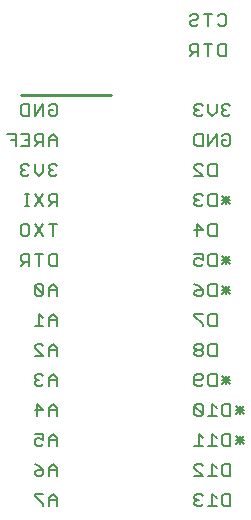
<source format=gbr>
G04 EAGLE Gerber X2 export*
%TF.Part,Single*%
%TF.FileFunction,Legend,Bot,1*%
%TF.FilePolarity,Positive*%
%TF.GenerationSoftware,Autodesk,EAGLE,9.1.3*%
%TF.CreationDate,2019-02-03T20:39:41Z*%
G75*
%MOMM*%
%FSLAX34Y34*%
%LPD*%
%AMOC8*
5,1,8,0,0,1.08239X$1,22.5*%
G01*
%ADD10C,0.254000*%
%ADD11C,0.203200*%


D10*
X215900Y25400D02*
X139700Y25400D01*
D11*
X305582Y-32757D02*
X305582Y-43434D01*
X300243Y-43434D01*
X298464Y-41655D01*
X298464Y-34536D01*
X300243Y-32757D01*
X305582Y-32757D01*
X293888Y-43434D02*
X286770Y-43434D01*
X293888Y-43434D02*
X286770Y-36316D01*
X286770Y-34536D01*
X288549Y-32757D01*
X292109Y-32757D01*
X293888Y-34536D01*
X317276Y-59936D02*
X310158Y-67055D01*
X317276Y-67055D02*
X310158Y-59936D01*
X310158Y-63495D02*
X317276Y-63495D01*
X313717Y-67055D02*
X313717Y-59936D01*
X305582Y-58157D02*
X305582Y-68834D01*
X300243Y-68834D01*
X298464Y-67055D01*
X298464Y-59936D01*
X300243Y-58157D01*
X305582Y-58157D01*
X293888Y-59936D02*
X292109Y-58157D01*
X288549Y-58157D01*
X286770Y-59936D01*
X286770Y-61716D01*
X288549Y-63495D01*
X290329Y-63495D01*
X288549Y-63495D02*
X286770Y-65275D01*
X286770Y-67055D01*
X288549Y-68834D01*
X292109Y-68834D01*
X293888Y-67055D01*
X305582Y-83557D02*
X305582Y-94234D01*
X300243Y-94234D01*
X298464Y-92455D01*
X298464Y-85336D01*
X300243Y-83557D01*
X305582Y-83557D01*
X288549Y-83557D02*
X288549Y-94234D01*
X293888Y-88895D02*
X288549Y-83557D01*
X286770Y-88895D02*
X293888Y-88895D01*
X317276Y-110736D02*
X310158Y-117855D01*
X317276Y-117855D02*
X310158Y-110736D01*
X310158Y-114295D02*
X317276Y-114295D01*
X313717Y-117855D02*
X313717Y-110736D01*
X305582Y-108957D02*
X305582Y-119634D01*
X300243Y-119634D01*
X298464Y-117855D01*
X298464Y-110736D01*
X300243Y-108957D01*
X305582Y-108957D01*
X293888Y-108957D02*
X286770Y-108957D01*
X293888Y-108957D02*
X293888Y-114295D01*
X290329Y-112516D01*
X288549Y-112516D01*
X286770Y-114295D01*
X286770Y-117855D01*
X288549Y-119634D01*
X292109Y-119634D01*
X293888Y-117855D01*
X317276Y-136136D02*
X310158Y-143255D01*
X317276Y-143255D02*
X310158Y-136136D01*
X310158Y-139695D02*
X317276Y-139695D01*
X313717Y-143255D02*
X313717Y-136136D01*
X305582Y-134357D02*
X305582Y-145034D01*
X300243Y-145034D01*
X298464Y-143255D01*
X298464Y-136136D01*
X300243Y-134357D01*
X305582Y-134357D01*
X290329Y-136136D02*
X286770Y-134357D01*
X290329Y-136136D02*
X293888Y-139695D01*
X293888Y-143255D01*
X292109Y-145034D01*
X288549Y-145034D01*
X286770Y-143255D01*
X286770Y-141475D01*
X288549Y-139695D01*
X293888Y-139695D01*
X305582Y-159757D02*
X305582Y-170434D01*
X300243Y-170434D01*
X298464Y-168655D01*
X298464Y-161536D01*
X300243Y-159757D01*
X305582Y-159757D01*
X293888Y-159757D02*
X286770Y-159757D01*
X286770Y-161536D01*
X293888Y-168655D01*
X293888Y-170434D01*
X305582Y-185157D02*
X305582Y-195834D01*
X300243Y-195834D01*
X298464Y-194055D01*
X298464Y-186936D01*
X300243Y-185157D01*
X305582Y-185157D01*
X293888Y-186936D02*
X292109Y-185157D01*
X288549Y-185157D01*
X286770Y-186936D01*
X286770Y-188716D01*
X288549Y-190495D01*
X286770Y-192275D01*
X286770Y-194055D01*
X288549Y-195834D01*
X292109Y-195834D01*
X293888Y-194055D01*
X293888Y-192275D01*
X292109Y-190495D01*
X293888Y-188716D01*
X293888Y-186936D01*
X292109Y-190495D02*
X288549Y-190495D01*
X317276Y-212336D02*
X310158Y-219455D01*
X317276Y-219455D02*
X310158Y-212336D01*
X310158Y-215895D02*
X317276Y-215895D01*
X313717Y-219455D02*
X313717Y-212336D01*
X305582Y-210557D02*
X305582Y-221234D01*
X300243Y-221234D01*
X298464Y-219455D01*
X298464Y-212336D01*
X300243Y-210557D01*
X305582Y-210557D01*
X293888Y-219455D02*
X292109Y-221234D01*
X288549Y-221234D01*
X286770Y-219455D01*
X286770Y-212336D01*
X288549Y-210557D01*
X292109Y-210557D01*
X293888Y-212336D01*
X293888Y-214116D01*
X292109Y-215895D01*
X286770Y-215895D01*
X321852Y-244855D02*
X328970Y-237736D01*
X321852Y-237736D02*
X328970Y-244855D01*
X328970Y-241295D02*
X321852Y-241295D01*
X325411Y-244855D02*
X325411Y-237736D01*
X317276Y-235957D02*
X317276Y-246634D01*
X311937Y-246634D01*
X310158Y-244855D01*
X310158Y-237736D01*
X311937Y-235957D01*
X317276Y-235957D01*
X305582Y-239516D02*
X302023Y-235957D01*
X302023Y-246634D01*
X305582Y-246634D02*
X298464Y-246634D01*
X293888Y-244855D02*
X293888Y-237736D01*
X292109Y-235957D01*
X288550Y-235957D01*
X286770Y-237736D01*
X286770Y-244855D01*
X288550Y-246634D01*
X292109Y-246634D01*
X293888Y-244855D01*
X286770Y-237736D01*
X321852Y-270255D02*
X328970Y-263136D01*
X321852Y-263136D02*
X328970Y-270255D01*
X328970Y-266695D02*
X321852Y-266695D01*
X325411Y-270255D02*
X325411Y-263136D01*
X317276Y-261357D02*
X317276Y-272034D01*
X311937Y-272034D01*
X310158Y-270255D01*
X310158Y-263136D01*
X311937Y-261357D01*
X317276Y-261357D01*
X305582Y-264916D02*
X302023Y-261357D01*
X302023Y-272034D01*
X305582Y-272034D02*
X298464Y-272034D01*
X293888Y-264916D02*
X290329Y-261357D01*
X290329Y-272034D01*
X293888Y-272034D02*
X286770Y-272034D01*
X317276Y-286757D02*
X317276Y-297434D01*
X311937Y-297434D01*
X310158Y-295655D01*
X310158Y-288536D01*
X311937Y-286757D01*
X317276Y-286757D01*
X305582Y-290316D02*
X302023Y-286757D01*
X302023Y-297434D01*
X305582Y-297434D02*
X298464Y-297434D01*
X293888Y-297434D02*
X286770Y-297434D01*
X293888Y-297434D02*
X286770Y-290316D01*
X286770Y-288536D01*
X288549Y-286757D01*
X292109Y-286757D01*
X293888Y-288536D01*
X317276Y-312157D02*
X317276Y-322834D01*
X311937Y-322834D01*
X310158Y-321055D01*
X310158Y-313936D01*
X311937Y-312157D01*
X317276Y-312157D01*
X305582Y-315716D02*
X302023Y-312157D01*
X302023Y-322834D01*
X305582Y-322834D02*
X298464Y-322834D01*
X293888Y-313936D02*
X292109Y-312157D01*
X288549Y-312157D01*
X286770Y-313936D01*
X286770Y-315716D01*
X288549Y-317495D01*
X290329Y-317495D01*
X288549Y-317495D02*
X286770Y-319275D01*
X286770Y-321055D01*
X288549Y-322834D01*
X292109Y-322834D01*
X293888Y-321055D01*
X310158Y-9136D02*
X311937Y-7357D01*
X315496Y-7357D01*
X317276Y-9136D01*
X317276Y-16255D01*
X315496Y-18034D01*
X311937Y-18034D01*
X310158Y-16255D01*
X310158Y-12695D01*
X313717Y-12695D01*
X305582Y-7357D02*
X305582Y-18034D01*
X298464Y-18034D02*
X305582Y-7357D01*
X298464Y-7357D02*
X298464Y-18034D01*
X293888Y-18034D02*
X293888Y-7357D01*
X293888Y-18034D02*
X288549Y-18034D01*
X286770Y-16255D01*
X286770Y-9136D01*
X288549Y-7357D01*
X293888Y-7357D01*
X317276Y16264D02*
X315496Y18043D01*
X311937Y18043D01*
X310158Y16264D01*
X310158Y14484D01*
X311937Y12705D01*
X313717Y12705D01*
X311937Y12705D02*
X310158Y10925D01*
X310158Y9146D01*
X311937Y7366D01*
X315496Y7366D01*
X317276Y9146D01*
X305582Y10925D02*
X305582Y18043D01*
X305582Y10925D02*
X302023Y7366D01*
X298464Y10925D01*
X298464Y18043D01*
X293888Y16264D02*
X292109Y18043D01*
X288549Y18043D01*
X286770Y16264D01*
X286770Y14484D01*
X288549Y12705D01*
X290329Y12705D01*
X288549Y12705D02*
X286770Y10925D01*
X286770Y9146D01*
X288549Y7366D01*
X292109Y7366D01*
X293888Y9146D01*
X165095Y18043D02*
X163316Y16264D01*
X165095Y18043D02*
X168655Y18043D01*
X170434Y16264D01*
X170434Y9146D01*
X168655Y7366D01*
X165095Y7366D01*
X163316Y9146D01*
X163316Y12705D01*
X166875Y12705D01*
X158740Y18043D02*
X158740Y7366D01*
X151622Y7366D02*
X158740Y18043D01*
X151622Y18043D02*
X151622Y7366D01*
X147046Y7366D02*
X147046Y18043D01*
X147046Y7366D02*
X141708Y7366D01*
X139928Y9146D01*
X139928Y16264D01*
X141708Y18043D01*
X147046Y18043D01*
X170434Y-10916D02*
X170434Y-18034D01*
X170434Y-10916D02*
X166875Y-7357D01*
X163316Y-10916D01*
X163316Y-18034D01*
X163316Y-12695D02*
X170434Y-12695D01*
X158740Y-7357D02*
X158740Y-18034D01*
X158740Y-7357D02*
X153401Y-7357D01*
X151622Y-9136D01*
X151622Y-12695D01*
X153401Y-14475D01*
X158740Y-14475D01*
X155181Y-14475D02*
X151622Y-18034D01*
X147046Y-7357D02*
X139928Y-7357D01*
X147046Y-7357D02*
X147046Y-18034D01*
X139928Y-18034D01*
X143487Y-12695D02*
X147046Y-12695D01*
X135352Y-7357D02*
X135352Y-18034D01*
X135352Y-7357D02*
X128234Y-7357D01*
X131793Y-12695D02*
X135352Y-12695D01*
X168655Y-32757D02*
X170434Y-34536D01*
X168655Y-32757D02*
X165095Y-32757D01*
X163316Y-34536D01*
X163316Y-36316D01*
X165095Y-38095D01*
X166875Y-38095D01*
X165095Y-38095D02*
X163316Y-39875D01*
X163316Y-41655D01*
X165095Y-43434D01*
X168655Y-43434D01*
X170434Y-41655D01*
X158740Y-39875D02*
X158740Y-32757D01*
X158740Y-39875D02*
X155181Y-43434D01*
X151622Y-39875D01*
X151622Y-32757D01*
X147046Y-34536D02*
X145267Y-32757D01*
X141708Y-32757D01*
X139928Y-34536D01*
X139928Y-36316D01*
X141708Y-38095D01*
X143487Y-38095D01*
X141708Y-38095D02*
X139928Y-39875D01*
X139928Y-41655D01*
X141708Y-43434D01*
X145267Y-43434D01*
X147046Y-41655D01*
X170434Y-58157D02*
X170434Y-68834D01*
X170434Y-58157D02*
X165095Y-58157D01*
X163316Y-59936D01*
X163316Y-63495D01*
X165095Y-65275D01*
X170434Y-65275D01*
X166875Y-65275D02*
X163316Y-68834D01*
X158740Y-58157D02*
X151622Y-68834D01*
X158740Y-68834D02*
X151622Y-58157D01*
X147046Y-68834D02*
X143487Y-68834D01*
X145267Y-68834D02*
X145267Y-58157D01*
X147046Y-58157D02*
X143487Y-58157D01*
X166875Y-83557D02*
X166875Y-94234D01*
X170434Y-83557D02*
X163316Y-83557D01*
X158740Y-83557D02*
X151622Y-94234D01*
X158740Y-94234D02*
X151622Y-83557D01*
X145267Y-83557D02*
X141708Y-83557D01*
X145267Y-83557D02*
X147046Y-85336D01*
X147046Y-92455D01*
X145267Y-94234D01*
X141708Y-94234D01*
X139928Y-92455D01*
X139928Y-85336D01*
X141708Y-83557D01*
X170434Y-108957D02*
X170434Y-119634D01*
X165095Y-119634D01*
X163316Y-117855D01*
X163316Y-110736D01*
X165095Y-108957D01*
X170434Y-108957D01*
X155181Y-108957D02*
X155181Y-119634D01*
X158740Y-108957D02*
X151622Y-108957D01*
X147046Y-108957D02*
X147046Y-119634D01*
X147046Y-108957D02*
X141708Y-108957D01*
X139928Y-110736D01*
X139928Y-114295D01*
X141708Y-116075D01*
X147046Y-116075D01*
X143487Y-116075D02*
X139928Y-119634D01*
X170434Y-137916D02*
X170434Y-145034D01*
X170434Y-137916D02*
X166875Y-134357D01*
X163316Y-137916D01*
X163316Y-145034D01*
X163316Y-139695D02*
X170434Y-139695D01*
X158740Y-143255D02*
X158740Y-136136D01*
X156961Y-134357D01*
X153401Y-134357D01*
X151622Y-136136D01*
X151622Y-143255D01*
X153401Y-145034D01*
X156961Y-145034D01*
X158740Y-143255D01*
X151622Y-136136D01*
X170434Y-163316D02*
X170434Y-170434D01*
X170434Y-163316D02*
X166875Y-159757D01*
X163316Y-163316D01*
X163316Y-170434D01*
X163316Y-165095D02*
X170434Y-165095D01*
X158740Y-163316D02*
X155181Y-159757D01*
X155181Y-170434D01*
X158740Y-170434D02*
X151622Y-170434D01*
X170434Y-188716D02*
X170434Y-195834D01*
X170434Y-188716D02*
X166875Y-185157D01*
X163316Y-188716D01*
X163316Y-195834D01*
X163316Y-190495D02*
X170434Y-190495D01*
X158740Y-195834D02*
X151622Y-195834D01*
X158740Y-195834D02*
X151622Y-188716D01*
X151622Y-186936D01*
X153401Y-185157D01*
X156961Y-185157D01*
X158740Y-186936D01*
X170434Y-214116D02*
X170434Y-221234D01*
X170434Y-214116D02*
X166875Y-210557D01*
X163316Y-214116D01*
X163316Y-221234D01*
X163316Y-215895D02*
X170434Y-215895D01*
X158740Y-212336D02*
X156961Y-210557D01*
X153401Y-210557D01*
X151622Y-212336D01*
X151622Y-214116D01*
X153401Y-215895D01*
X155181Y-215895D01*
X153401Y-215895D02*
X151622Y-217675D01*
X151622Y-219455D01*
X153401Y-221234D01*
X156961Y-221234D01*
X158740Y-219455D01*
X170434Y-239516D02*
X170434Y-246634D01*
X170434Y-239516D02*
X166875Y-235957D01*
X163316Y-239516D01*
X163316Y-246634D01*
X163316Y-241295D02*
X170434Y-241295D01*
X153401Y-235957D02*
X153401Y-246634D01*
X158740Y-241295D02*
X153401Y-235957D01*
X151622Y-241295D02*
X158740Y-241295D01*
X170434Y-264916D02*
X170434Y-272034D01*
X170434Y-264916D02*
X166875Y-261357D01*
X163316Y-264916D01*
X163316Y-272034D01*
X163316Y-266695D02*
X170434Y-266695D01*
X158740Y-261357D02*
X151622Y-261357D01*
X158740Y-261357D02*
X158740Y-266695D01*
X155181Y-264916D01*
X153401Y-264916D01*
X151622Y-266695D01*
X151622Y-270255D01*
X153401Y-272034D01*
X156961Y-272034D01*
X158740Y-270255D01*
X170434Y-290316D02*
X170434Y-297434D01*
X170434Y-290316D02*
X166875Y-286757D01*
X163316Y-290316D01*
X163316Y-297434D01*
X163316Y-292095D02*
X170434Y-292095D01*
X155181Y-288536D02*
X151622Y-286757D01*
X155181Y-288536D02*
X158740Y-292095D01*
X158740Y-295655D01*
X156961Y-297434D01*
X153401Y-297434D01*
X151622Y-295655D01*
X151622Y-293875D01*
X153401Y-292095D01*
X158740Y-292095D01*
X170434Y-315716D02*
X170434Y-322834D01*
X170434Y-315716D02*
X166875Y-312157D01*
X163316Y-315716D01*
X163316Y-322834D01*
X163316Y-317495D02*
X170434Y-317495D01*
X158740Y-312157D02*
X151622Y-312157D01*
X151622Y-313936D01*
X158740Y-321055D01*
X158740Y-322834D01*
X306348Y92464D02*
X308127Y94243D01*
X311686Y94243D01*
X313466Y92464D01*
X313466Y85346D01*
X311686Y83566D01*
X308127Y83566D01*
X306348Y85346D01*
X298213Y83566D02*
X298213Y94243D01*
X301772Y94243D02*
X294654Y94243D01*
X284739Y94243D02*
X282960Y92464D01*
X284739Y94243D02*
X288299Y94243D01*
X290078Y92464D01*
X290078Y90684D01*
X288299Y88905D01*
X284739Y88905D01*
X282960Y87125D01*
X282960Y85346D01*
X284739Y83566D01*
X288299Y83566D01*
X290078Y85346D01*
X313466Y68843D02*
X313466Y58166D01*
X308127Y58166D01*
X306348Y59946D01*
X306348Y67064D01*
X308127Y68843D01*
X313466Y68843D01*
X298213Y68843D02*
X298213Y58166D01*
X301772Y68843D02*
X294654Y68843D01*
X290078Y68843D02*
X290078Y58166D01*
X290078Y68843D02*
X284739Y68843D01*
X282960Y67064D01*
X282960Y63505D01*
X284739Y61725D01*
X290078Y61725D01*
X286519Y61725D02*
X282960Y58166D01*
M02*

</source>
